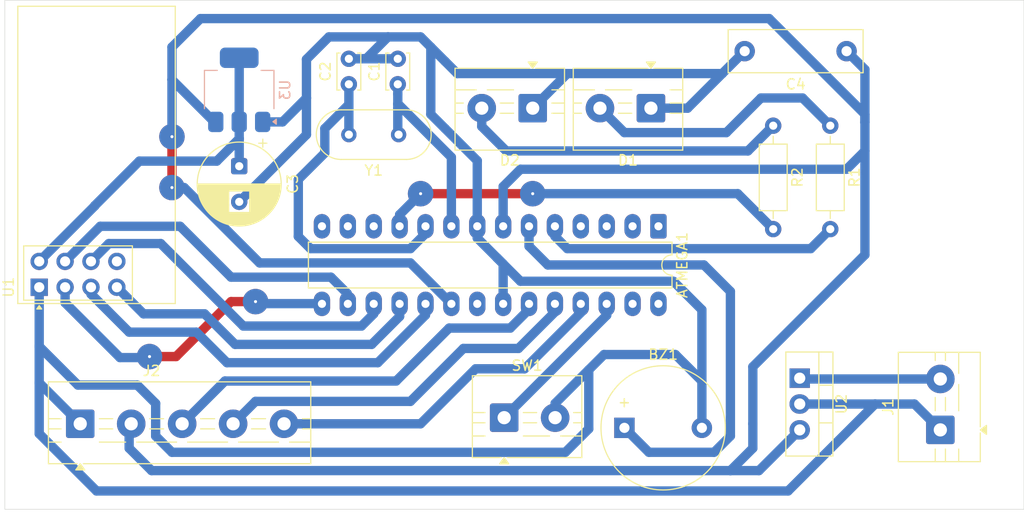
<source format=kicad_pcb>
(kicad_pcb (version 20241229) (generator "pcbnew") (generator_version "9.0")
  (layers (0 "F.Cu" signal) (2 "B.Cu" signal) (13 "F.Paste" user) (15 "B.Paste" user) (5 "F.SilkS" user "F.Silkscreen") (7 "B.SilkS" user "B.Silkscreen") (1 "F.Mask" user) (3 "B.Mask" user) (25 "Edge.Cuts" user))
  (net 0 "")
  (net 1 "SW")
  (net 2 "VRY")
  (net 3 "VRX")
  (net 4 "+5V")
  (net 5 "GND")
  (net 6 "Net-(D1-A)")
  (net 7 "Net-(D2-A)")
  (net 8 "Net-(J1-Pin_2)")
  (net 9 "LED2")
  (net 10 "LED1")
  (net 11 "CSN")
  (net 12 "3.3V")
  (net 14 "CE")
  (net 15 "SCK")
  (net 16 "MISO")
  (net 17 "MOSI")
  (net 18 "XTAL1")
  (net 28 "XTAL2")
  (net 29 "BTN")
  (net 31 "BUZZ")
  (footprint "TerminalBlock:TerminalBlock_MaiXu_MX126-5.0-02P_1x02_P5.00mm" (layer "F.Cu") (at 183.4 50.6 180)
    (property "Reference" "D1" (at 2.25 -5.12 0) (layer "F.SilkS"))
    (property "Value" "LED")
    (pad "1" thru_hole roundrect (at 0 0 180) (size 2.8 2.8) (drill 1.3) (layers "*.Cu" "*.Mask") (roundrect_rratio 0.089286) (net 5 "GND"))
    (pad "2" thru_hole circle (at 5 0 180) (size 2.8 2.8) (drill 1.3) (layers "*.Cu" "*.Mask") (net 6 "Net-(D1-A)"))
  )
  (footprint "Crystal:Crystal_HC49-4H_Vertical" (layer "F.Cu") (at 158.64 53.2 180)
    (property "Reference" "Y1" (at 2.44 -3.52 0) (layer "F.SilkS"))
    (property "Value" "Crystal")
    (pad "1" thru_hole circle (at 0 0 180) (size 1.5 1.5) (drill 0.8) (layers "*.Cu" "*.Mask") (net 18 "XTAL1"))
    (pad "2" thru_hole circle (at 4.88 0 180) (size 1.5 1.5) (drill 0.8) (layers "*.Cu" "*.Mask") (net 28 "XTAL2"))
  )
  (footprint "RF_Module:nRF24L01_Breakout" (layer "F.Cu") (at 123.375 68.1895 90)
    (property "Reference" "U1" (at 0 -3 90) (layer "F.SilkS"))
    (property "Value" "NRF24L01")
    (pad "1" thru_hole rect (at 0 0 90) (size 1.7 1.7) (drill 1) (layers "*.Cu" "*.Mask") (net 5 "GND"))
    (pad "2" thru_hole circle (at 2.54 0 90) (size 1.7 1.7) (drill 1) (layers "*.Cu" "*.Mask") (net 12 "3.3V"))
    (pad "3" thru_hole circle (at 0 2.54 90) (size 1.7 1.7) (drill 1) (layers "*.Cu" "*.Mask") (net 14 "CE"))
    (pad "4" thru_hole circle (at 2.54 2.54 90) (size 1.7 1.7) (drill 1) (layers "*.Cu" "*.Mask") (net 11 "CSN"))
    (pad "5" thru_hole circle (at 0 5.08 90) (size 1.7 1.7) (drill 1) (layers "*.Cu" "*.Mask") (net 15 "SCK"))
    (pad "6" thru_hole circle (at 2.54 5.08 90) (size 1.7 1.7) (drill 1) (layers "*.Cu" "*.Mask") (net 17 "MOSI"))
    (pad "7" thru_hole circle (at 0 7.62 90) (size 1.7 1.7) (drill 1) (layers "*.Cu" "*.Mask") (net 16 "MISO"))
    (pad "8" thru_hole circle (at 2.54 7.62 90) (size 1.7 1.7) (drill 1) (layers "*.Cu" "*.Mask"))
  )
  (footprint "Capacitor_THT:C_Disc_D3.4mm_W2.1mm_P2.50mm" (layer "F.Cu") (at 153.76 48.25 90)
    (property "Reference" "C2" (at 1.25 -2.3 90) (layer "F.SilkS"))
    (property "Value" "22pF")
    (pad "1" thru_hole circle (at 0 0 90) (size 1.6 1.6) (drill 0.8) (layers "*.Cu" "*.Mask") (net 28 "XTAL2"))
    (pad "2" thru_hole circle (at 2.5 0 90) (size 1.6 1.6) (drill 0.8) (layers "*.Cu" "*.Mask") (net 5 "GND"))
  )
  (footprint "TerminalBlock:TerminalBlock_MaiXu_MX126-5.0-05P_1x05_P5.00mm" (layer "F.Cu") (at 127.4 81.6)
    (property "Reference" "J2" (at 7 -5.2 0) (layer "F.SilkS"))
    (property "Value" "Joystick")
    (pad "1" thru_hole roundrect (at 0 0) (size 2.8 2.8) (drill 1.3) (layers "*.Cu" "*.Mask") (roundrect_rratio 0.089286) (net 5 "GND"))
    (pad "2" thru_hole circle (at 5 0) (size 2.8 2.8) (drill 1.3) (layers "*.Cu" "*.Mask") (net 4 "+5V"))
    (pad "3" thru_hole circle (at 10 0) (size 2.8 2.8) (drill 1.3) (layers "*.Cu" "*.Mask") (net 3 "VRX"))
    (pad "4" thru_hole circle (at 15 0) (size 2.8 2.8) (drill 1.3) (layers "*.Cu" "*.Mask") (net 2 "VRY"))
    (pad "5" thru_hole circle (at 20 0) (size 2.8 2.8) (drill 1.3) (layers "*.Cu" "*.Mask") (net 1 "SW"))
  )
  (footprint "Package_DIP:DIP-28_W7.62mm_LongPads" (layer "F.Cu") (at 184.14 62.2 -90)
    (property "Reference" "ATMEGA1" (at 3.81 -2.33 90) (layer "F.SilkS"))
    (property "Value" "ATmega328P-P")
    (pad "1" thru_hole roundrect (at 0 0 270) (size 2.4 1.6) (drill 0.8) (layers "*.Cu" "*.Mask") (roundrect_rratio 0.15625))
    (pad "2" thru_hole oval (at 0 2.54 270) (size 2.4 1.6) (drill 0.8) (layers "*.Cu" "*.Mask"))
    (pad "3" thru_hole oval (at 0 5.08 270) (size 2.4 1.6) (drill 0.8) (layers "*.Cu" "*.Mask"))
    (pad "4" thru_hole oval (at 0 7.62 270) (size 2.4 1.6) (drill 0.8) (layers "*.Cu" "*.Mask"))
    (pad "5" thru_hole oval (at 0 10.16 270) (size 2.4 1.6) (drill 0.8) (layers "*.Cu" "*.Mask") (net 9 "LED2"))
    (pad "6" thru_hole oval (at 0 12.7 270) (size 2.4 1.6) (drill 0.8) (layers "*.Cu" "*.Mask") (net 31 "BUZZ"))
    (pad "7" thru_hole oval (at 0 15.24 270) (size 2.4 1.6) (drill 0.8) (layers "*.Cu" "*.Mask") (net 4 "+5V"))
    (pad "8" thru_hole oval (at 0 17.78 270) (size 2.4 1.6) (drill 0.8) (layers "*.Cu" "*.Mask") (net 5 "GND"))
    (pad "9" thru_hole oval (at 0 20.32 270) (size 2.4 1.6) (drill 0.8) (layers "*.Cu" "*.Mask") (net 18 "XTAL1"))
    (pad "10" thru_hole oval (at 0 22.86 270) (size 2.4 1.6) (drill 0.8) (layers "*.Cu" "*.Mask") (net 28 "XTAL2"))
    (pad "11" thru_hole oval (at 0 25.4 270) (size 2.4 1.6) (drill 0.8) (layers "*.Cu" "*.Mask") (net 10 "LED1"))
    (pad "12" thru_hole oval (at 0 27.94 270) (size 2.4 1.6) (drill 0.8) (layers "*.Cu" "*.Mask"))
    (pad "13" thru_hole oval (at 0 30.48 270) (size 2.4 1.6) (drill 0.8) (layers "*.Cu" "*.Mask"))
    (pad "14" thru_hole oval (at 0 33.02 270) (size 2.4 1.6) (drill 0.8) (layers "*.Cu" "*.Mask"))
    (pad "15" thru_hole oval (at 7.62 33.02 270) (size 2.4 1.6) (drill 0.8) (layers "*.Cu" "*.Mask") (net 14 "CE"))
    (pad "16" thru_hole oval (at 7.62 30.48 270) (size 2.4 1.6) (drill 0.8) (layers "*.Cu" "*.Mask") (net 11 "CSN"))
    (pad "17" thru_hole oval (at 7.62 27.94 270) (size 2.4 1.6) (drill 0.8) (layers "*.Cu" "*.Mask") (net 17 "MOSI"))
    (pad "18" thru_hole oval (at 7.62 25.4 270) (size 2.4 1.6) (drill 0.8) (layers "*.Cu" "*.Mask") (net 16 "MISO"))
    (pad "19" thru_hole oval (at 7.62 22.86 270) (size 2.4 1.6) (drill 0.8) (layers "*.Cu" "*.Mask") (net 15 "SCK"))
    (pad "20" thru_hole oval (at 7.62 20.32 270) (size 2.4 1.6) (drill 0.8) (layers "*.Cu" "*.Mask") (net 4 "+5V"))
    (pad "21" thru_hole oval (at 7.62 17.78 270) (size 2.4 1.6) (drill 0.8) (layers "*.Cu" "*.Mask"))
    (pad "22" thru_hole oval (at 7.62 15.24 270) (size 2.4 1.6) (drill 0.8) (layers "*.Cu" "*.Mask") (net 5 "GND"))
    (pad "23" thru_hole oval (at 7.62 12.7 270) (size 2.4 1.6) (drill 0.8) (layers "*.Cu" "*.Mask") (net 3 "VRX"))
    (pad "24" thru_hole oval (at 7.62 10.16 270) (size 2.4 1.6) (drill 0.8) (layers "*.Cu" "*.Mask") (net 2 "VRY"))
    (pad "25" thru_hole oval (at 7.62 7.62 270) (size 2.4 1.6) (drill 0.8) (layers "*.Cu" "*.Mask") (net 1 "SW"))
    (pad "26" thru_hole oval (at 7.62 5.08 270) (size 2.4 1.6) (drill 0.8) (layers "*.Cu" "*.Mask") (net 29 "BTN"))
    (pad "27" thru_hole oval (at 7.62 2.54 270) (size 2.4 1.6) (drill 0.8) (layers "*.Cu" "*.Mask"))
    (pad "28" thru_hole oval (at 7.62 0 270) (size 2.4 1.6) (drill 0.8) (layers "*.Cu" "*.Mask"))
  )
  (footprint "Buzzer_Beeper:Buzzer_12x9.5RM7.6" (layer "F.Cu") (at 180.8 82)
    (property "Reference" "BZ1" (at 3.8 -7.2 0) (layer "F.SilkS"))
    (property "Value" "Buzzer")
    (fp_text user "+" (at -0.01 -2.54 0) (layer "F.SilkS"))
    (pad "1" thru_hole rect (at 0 0) (size 2 2) (drill 1) (layers "*.Cu" "*.Mask") (net 31 "BUZZ"))
    (pad "2" thru_hole circle (at 7.6 0) (size 2 2) (drill 1) (layers "*.Cu" "*.Mask") (net 5 "GND"))
  )
  (footprint "TerminalBlock:TerminalBlock_MaiXu_MX126-5.0-02P_1x02_P5.00mm" (layer "F.Cu") (at 171.8 50.6 180)
    (property "Reference" "D2" (at 2.25 -5.12 0) (layer "F.SilkS"))
    (property "Value" "LED")
    (pad "1" thru_hole roundrect (at 0 0 180) (size 2.8 2.8) (drill 1.3) (layers "*.Cu" "*.Mask") (roundrect_rratio 0.089286) (net 5 "GND"))
    (pad "2" thru_hole circle (at 5 0 180) (size 2.8 2.8) (drill 1.3) (layers "*.Cu" "*.Mask") (net 7 "Net-(D2-A)"))
  )
  (footprint "Package_TO_SOT_THT:TO-220-3_Vertical" (layer "F.Cu") (at 198 77.12 -90)
    (property "Reference" "U2" (at 2.54 -4.1 90) (layer "F.SilkS"))
    (property "Value" "LM7805")
    (pad "1" thru_hole rect (at 0 0 270) (size 1.905 2) (drill 1.1) (layers "*.Cu" "*.Mask") (net 8 "Net-(J1-Pin_2)"))
    (pad "2" thru_hole oval (at 2.54 0 270) (size 1.905 2) (drill 1.1) (layers "*.Cu" "*.Mask") (net 5 "GND"))
    (pad "3" thru_hole oval (at 5.08 0 270) (size 1.905 2) (drill 1.1) (layers "*.Cu" "*.Mask") (net 4 "+5V"))
  )
  (footprint "Resistor_THT:R_Axial_DIN0207_L6.3mm_D2.5mm_P10.16mm_Horizontal" (layer "F.Cu") (at 195.4 52.32 -90)
    (property "Reference" "R2" (at 5.08 -2.37 90) (layer "F.SilkS"))
    (property "Value" "330R")
    (pad "1" thru_hole circle (at 0 0 270) (size 1.6 1.6) (drill 0.8) (layers "*.Cu" "*.Mask") (net 7 "Net-(D2-A)"))
    (pad "2" thru_hole circle (at 10.16 0 270) (size 1.6 1.6) (drill 0.8) (layers "*.Cu" "*.Mask") (net 10 "LED1"))
  )
  (footprint "Capacitor_THT:CP_Radial_D8.0mm_P3.50mm" (layer "F.Cu") (at 143 56.3 -90)
    (property "Reference" "C3" (at 1.75 -5.25 90) (layer "F.SilkS"))
    (property "Value" "47uF")
    (pad "1" thru_hole roundrect (at 0 0 270) (size 1.6 1.6) (drill 0.8) (layers "*.Cu" "*.Mask") (roundrect_rratio 0.15625) (net 12 "3.3V"))
    (pad "2" thru_hole circle (at 3.5 0 270) (size 1.6 1.6) (drill 0.8) (layers "*.Cu" "*.Mask") (net 5 "GND"))
  )
  (footprint "Capacitor_THT:C_Disc_D3.4mm_W2.1mm_P2.50mm" (layer "F.Cu") (at 158.56 48.25 90)
    (property "Reference" "C1" (at 1.25 -2.3 90) (layer "F.SilkS"))
    (property "Value" "22pF")
    (pad "1" thru_hole circle (at 0 0 90) (size 1.6 1.6) (drill 0.8) (layers "*.Cu" "*.Mask") (net 18 "XTAL1"))
    (pad "2" thru_hole circle (at 2.5 0 90) (size 1.6 1.6) (drill 0.8) (layers "*.Cu" "*.Mask") (net 5 "GND"))
  )
  (footprint "Capacitor_THT:C_Rect_L13.0mm_W4.0mm_P10.00mm_FKS3_FKP3_MKS4" (layer "F.Cu") (at 202.6 45 180)
    (property "Reference" "C4" (at 5 -3.25 0) (layer "F.SilkS"))
    (property "Value" "100nF")
    (pad "1" thru_hole circle (at 0 0 180) (size 2 2) (drill 1) (layers "*.Cu" "*.Mask") (net 4 "+5V"))
    (pad "2" thru_hole circle (at 10 0 180) (size 2 2) (drill 1) (layers "*.Cu" "*.Mask") (net 5 "GND"))
  )
  (footprint "TerminalBlock:TerminalBlock_MaiXu_MX126-5.0-02P_1x02_P5.00mm" (layer "F.Cu") (at 169 81)
    (property "Reference" "SW1" (at 2.25 -5.12 0) (layer "F.SilkS"))
    (property "Value" "SW_SPST")
    (pad "1" thru_hole roundrect (at 0 0) (size 2.8 2.8) (drill 1.3) (layers "*.Cu" "*.Mask") (roundrect_rratio 0.089286) (net 29 "BTN"))
    (pad "2" thru_hole circle (at 5 0) (size 2.8 2.8) (drill 1.3) (layers "*.Cu" "*.Mask") (net 5 "GND"))
  )
  (footprint "Resistor_THT:R_Axial_DIN0207_L6.3mm_D2.5mm_P10.16mm_Horizontal" (layer "F.Cu") (at 201 52.32 -90)
    (property "Reference" "R1" (at 5.08 -2.37 90) (layer "F.SilkS"))
    (property "Value" "330R")
    (pad "1" thru_hole circle (at 0 0 270) (size 1.6 1.6) (drill 0.8) (layers "*.Cu" "*.Mask") (net 6 "Net-(D1-A)"))
    (pad "2" thru_hole circle (at 10.16 0 270) (size 1.6 1.6) (drill 0.8) (layers "*.Cu" "*.Mask") (net 9 "LED2"))
  )
  (footprint "TerminalBlock:TerminalBlock_MaiXu_MX126-5.0-02P_1x02_P5.00mm" (layer "F.Cu") (at 211.8 82.2 90)
    (property "Reference" "J1" (at 2.25 -5.12 90) (layer "F.SilkS"))
    (property "Value" "Alimentação")
    (pad "1" thru_hole roundrect (at 0 0 90) (size 2.8 2.8) (drill 1.3) (layers "*.Cu" "*.Mask") (roundrect_rratio 0.089286) (net 5 "GND"))
    (pad "2" thru_hole circle (at 5 0 90) (size 2.8 2.8) (drill 1.3) (layers "*.Cu" "*.Mask") (net 8 "Net-(J1-Pin_2)"))
  )
  (footprint "Package_TO_SOT_SMD:SOT-223-3_TabPin2" (layer "B.Cu") (at 143 48.8 90)
    (property "Reference" "U3" (at 0 4.5 90) (layer "B.SilkS") (effects (justify mirror)))
    (property "Value" "AMS1117-3.3")
    (pad "1" smd roundrect (at -3.15 2.3 90) (size 2 1.5) (layers "B.Cu" "B.Mask" "B.Paste") (net 5 "GND"))
    (pad "2" smd roundrect (at -3.15 0 90) (size 2 1.5) (layers "B.Cu" "B.Mask" "B.Paste") (net 12 "3.3V"))
    (pad "2" smd roundrect (at 3.15 0 90) (size 2 3.8) (layers "B.Cu" "B.Mask" "B.Paste") (net 12 "3.3V"))
    (pad "3" smd roundrect (at -3.15 -2.3 90) (size 2 1.5) (layers "B.Cu" "B.Mask" "B.Paste") (net 4 "+5V"))
  )
  (gr_rect (start 120 40) (end 220 90) (stroke (width 0.05)) (fill no) (layer "Edge.Cuts"))
  (segment (start 147.4 81.6) (end 160.8 81.6) (width 0.9144) (layer "B.Cu") (net 1))
  (segment (start 176.52 70.68) (end 176.52 69.82) (width 0.9144) (layer "B.Cu") (net 1))
  (segment (start 171 76.2) (end 176.52 70.68) (width 0.9144) (layer "B.Cu") (net 1))
  (segment (start 160.8 81.6) (end 166.2 76.2) (width 0.9144) (layer "B.Cu") (net 1))
  (segment (start 166.2 76.2) (end 171 76.2) (width 0.9144) (layer "B.Cu") (net 1))
  (segment (start 165 74.2) (end 170.4 74.2) (width 0.9144) (layer "B.Cu") (net 2))
  (segment (start 144.6 79.4) (end 159.8 79.4) (width 0.9144) (layer "B.Cu") (net 2))
  (segment (start 159.8 79.4) (end 165 74.2) (width 0.9144) (layer "B.Cu") (net 2))
  (segment (start 170.4 74.2) (end 173.98 70.62) (width 0.9144) (layer "B.Cu") (net 2))
  (segment (start 173.98 70.62) (end 173.98 69.82) (width 0.9144) (layer "B.Cu") (net 2))
  (segment (start 142.4 81.6) (end 144.6 79.4) (width 0.9144) (layer "B.Cu") (net 2))
  (segment (start 171.44 70.36) (end 169.6 72.2) (width 0.9144) (layer "B.Cu") (net 3))
  (segment (start 169.6 72.2) (end 163.6 72.2) (width 0.9144) (layer "B.Cu") (net 3))
  (segment (start 158.4 77.4) (end 141.6 77.4) (width 0.9144) (layer "B.Cu") (net 3))
  (segment (start 163.6 72.2) (end 158.4 77.4) (width 0.9144) (layer "B.Cu") (net 3))
  (segment (start 141.6 77.4) (end 137.4 81.6) (width 0.9144) (layer "B.Cu") (net 3))
  (segment (start 171.44 69.82) (end 171.44 70.36) (width 0.9144) (layer "B.Cu") (net 3))
  (segment (start 136.4 58.4) (end 136.4 53.4) (width 0.9144) (layer "F.Cu") (net 4))
  (via (at 136.4 58.4) (size 2.5) (drill 0.3) (layers "F.Cu" "B.Cu") (net 4))
  (via (at 136.4 53.4) (size 2.5) (drill 0.3) (layers "F.Cu" "B.Cu") (net 4))
  (segment (start 204.4 51.2) (end 204.4 52) (width 0.9144) (layer "B.Cu") (net 4))
  (segment (start 170.6 56.6) (end 202.6 56.6) (width 0.9144) (layer "B.Cu") (net 4))
  (segment (start 193.4 76) (end 193.4 81.6) (width 0.9144) (layer "B.Cu") (net 4))
  (segment (start 204.4 54.8) (end 204.4 65) (width 0.9144) (layer "B.Cu") (net 4))
  (segment (start 136.4 44.6) (end 139.2 41.8) (width 0.9144) (layer "B.Cu") (net 4))
  (segment (start 137.6 58.4) (end 136.4 58.4) (width 0.9144) (layer "B.Cu") (net 4))
  (segment (start 136.4 47.8) (end 136.4 44.6) (width 0.9144) (layer "B.Cu") (net 4))
  (segment (start 139.2 41.8) (end 195 41.8) (width 0.9144) (layer "B.Cu") (net 4))
  (segment (start 204.4 52) (end 204.4 54.8) (width 0.9144) (layer "B.Cu") (net 4))
  (segment (start 132.2 81.8) (end 132.4 81.6) (width 0.9144) (layer "B.Cu") (net 4))
  (segment (start 194 86.2) (end 191.2 86.2) (width 0.9144) (layer "B.Cu") (net 4))
  (segment (start 140.7 51.95) (end 140.55 51.95) (width 0.9144) (layer "B.Cu") (net 4))
  (segment (start 168.9 62.9) (end 168.9 62.2) (width 0.9144) (layer "B.Cu") (net 4))
  (segment (start 134.4 86.2) (end 132.2 84) (width 0.9144) (layer "B.Cu") (net 4))
  (segment (start 193.4 81.6) (end 193.4 84) (width 0.9144) (layer "B.Cu") (net 4))
  (segment (start 132.2 84) (end 132.2 81.8) (width 0.9144) (layer "B.Cu") (net 4))
  (segment (start 204.4 46.8) (end 202.6 45) (width 0.9144) (layer "B.Cu") (net 4))
  (segment (start 202.6 56.6) (end 204.4 54.8) (width 0.9144) (layer "B.Cu") (net 4))
  (segment (start 168.9 62.2) (end 168.9 58.3) (width 0.9144) (layer "B.Cu") (net 4))
  (segment (start 198 82.2) (end 194 86.2) (width 0.9144) (layer "B.Cu") (net 4))
  (segment (start 195 41.8) (end 204.4 51.2) (width 0.9144) (layer "B.Cu") (net 4))
  (segment (start 163.82 69.82) (end 159.8 65.8) (width 0.9144) (layer "B.Cu") (net 4))
  (segment (start 191.2 86.2) (end 134.4 86.2) (width 0.9144) (layer "B.Cu") (net 4))
  (segment (start 136.4 53.4) (end 136.4 47.8) (width 0.9144) (layer "B.Cu") (net 4))
  (segment (start 204.4 65) (end 193.4 76) (width 0.9144) (layer "B.Cu") (net 4))
  (segment (start 140.55 51.95) (end 136.4 47.8) (width 0.9144) (layer "B.Cu") (net 4))
  (segment (start 145 65.8) (end 137.6 58.4) (width 0.9144) (layer "B.Cu") (net 4))
  (segment (start 193.4 84) (end 191.2 86.2) (width 0.9144) (layer "B.Cu") (net 4))
  (segment (start 168.9 58.3) (end 170.6 56.6) (width 0.9144) (layer "B.Cu") (net 4))
  (segment (start 159.8 65.8) (end 145 65.8) (width 0.9144) (layer "B.Cu") (net 4))
  (segment (start 204.4 52) (end 204.4 46.8) (width 0.9144) (layer "B.Cu") (net 4))
  (segment (start 175 84.4) (end 136.4 84.4) (width 0.9144) (layer "B.Cu") (net 5))
  (segment (start 168.9 65.9) (end 168.9 69.82) (width 0.9144) (layer "B.Cu") (net 5))
  (segment (start 155.2 45.75) (end 158.56 45.75) (width 0.9144) (layer "B.Cu") (net 5))
  (segment (start 155.45 45.75) (end 157.6 43.6) (width 0.9144) (layer "B.Cu") (net 5))
  (segment (start 123.375 77.575) (end 123.375 82.575) (width 0.9144) (layer "B.Cu") (net 5))
  (segment (start 147.25 51.95) (end 149.6 49.6) (width 0.9144) (layer "B.Cu") (net 5))
  (segment (start 175.2 47.2) (end 190.4 47.2) (width 0.9144) (layer "B.Cu") (net 5))
  (segment (start 123.375 74) (end 123.375 77.575) (width 0.9144) (layer "B.Cu") (net 5))
  (segment (start 163.2 52.6) (end 161.8 51.2) (width 0.9144) (layer "B.Cu") (net 5))
  (segment (start 166.36 55.76) (end 163.2 52.6) (width 0.9144) (layer "B.Cu") (net 5))
  (segment (start 174 79.6) (end 177.3 76.3) (width 0.9144) (layer "B.Cu") (net 5))
  (segment (start 205.4 79.66) (end 209.26 79.66) (width 0.9144) (layer "B.Cu") (net 5))
  (segment (start 177.3 76.3) (end 177.3 82.1) (width 0.9144) (layer "B.Cu") (net 5))
  (segment (start 178.8 74.8) (end 185.8 74.8) (width 0.9144) (layer "B.Cu") (net 5))
  (segment (start 136.4 84.4) (end 134.8 82.8) (width 0.9144) (layer "B.Cu") (net 5))
  (segment (start 188.4 77.4) (end 188.4 70.4) (width 0.9144) (layer "B.Cu") (net 5))
  (segment (start 134.8 82.8) (end 134.8 79.6) (width 0.9144) (layer "B.Cu") (net 5))
  (segment (start 168.3 65.3) (end 168.9 65.9) (width 0.9144) (layer "B.Cu") (net 5))
  (segment (start 149.6 53.2) (end 143 59.8) (width 0.9144) (layer "B.Cu") (net 5))
  (segment (start 134.8 79.6) (end 133 77.8) (width 0.9144) (layer "B.Cu") (net 5))
  (segment (start 145.3 51.95) (end 147.25 51.95) (width 0.9144) (layer "B.Cu") (net 5))
  (segment (start 190.4 47.2) (end 187 50.6) (width 0.9144) (layer "B.Cu") (net 5))
  (segment (start 177.3 82.1) (end 175 84.4) (width 0.9144) (layer "B.Cu") (net 5))
  (segment (start 187 50.6) (end 183.4 50.6) (width 0.9144) (layer "B.Cu") (net 5))
  (segment (start 149.6 45.8) (end 149.6 49.6) (width 0.9144) (layer "B.Cu") (net 5))
  (segment (start 166.36 62.2) (end 166.36 55.76) (width 0.9144) (layer "B.Cu") (net 5))
  (segment (start 185.6 67.6) (end 170.6 67.6) (width 0.9144) (layer "B.Cu") (net 5))
  (segment (start 155.2 45.75) (end 155.45 45.75) (width 0.9144) (layer "B.Cu") (net 5))
  (segment (start 127.4 81.6) (end 123.375 77.575) (width 0.9144) (layer "B.Cu") (net 5))
  (segment (start 157.6 43.6) (end 151.8 43.6) (width 0.9144) (layer "B.Cu") (net 5))
  (segment (start 149.6 49.6) (end 149.6 53.2) (width 0.9144) (layer "B.Cu") (net 5))
  (segment (start 188.4 82) (end 188.4 77.4) (width 0.9144) (layer "B.Cu") (net 5))
  (segment (start 164.4 47.2) (end 163.2 46) (width 0.9144) (layer "B.Cu") (net 5))
  (segment (start 166.36 63.36) (end 168.3 65.3) (width 0.9144) (layer "B.Cu") (net 5))
  (segment (start 123.375 68.1895) (end 123.375 74) (width 0.9144) (layer "B.Cu") (net 5))
  (segment (start 170.6 67.6) (end 168.3 65.3) (width 0.9144) (layer "B.Cu") (net 5))
  (segment (start 166.36 62.2) (end 166.36 63.36) (width 0.9144) (layer "B.Cu") (net 5))
  (segment (start 209.26 79.66) (end 211.8 82.2) (width 0.9144) (layer "B.Cu") (net 5))
  (segment (start 174 81) (end 174 79.6) (width 0.9144) (layer "B.Cu") (net 5))
  (segment (start 153.76 45.75) (end 155.2 45.75) (width 0.9144) (layer "B.Cu") (net 5))
  (segment (start 123.375 82.575) (end 129 88.2) (width 0.9144) (layer "B.Cu") (net 5))
  (segment (start 151.8 43.6) (end 149.6 45.8) (width 0.9144) (layer "B.Cu") (net 5))
  (segment (start 160.8 43.6) (end 157.6 43.6) (width 0.9144) (layer "B.Cu") (net 5))
  (segment (start 198 79.66) (end 205.4 79.66) (width 0.9144) (layer "B.Cu") (net 5))
  (segment (start 163.2 46) (end 161.8 44.6) (width 0.9144) (layer "B.Cu") (net 5))
  (segment (start 127.175 77.8) (end 123.375 74) (width 0.9144) (layer "B.Cu") (net 5))
  (segment (start 133 77.8) (end 127.175 77.8) (width 0.9144) (layer "B.Cu") (net 5))
  (segment (start 192.6 45) (end 190.4 47.2) (width 0.9144) (layer "B.Cu") (net 5))
  (segment (start 196.86 88.2) (end 205.4 79.66) (width 0.9144) (layer "B.Cu") (net 5))
  (segment (start 185.8 74.8) (end 188.4 77.4) (width 0.9144) (layer "B.Cu") (net 5))
  (segment (start 188.4 70.4) (end 185.6 67.6) (width 0.9144) (layer "B.Cu") (net 5))
  (segment (start 161.8 51.2) (end 161.8 44.6) (width 0.9144) (layer "B.Cu") (net 5))
  (segment (start 177.3 76.3) (end 178.8 74.8) (width 0.9144) (layer "B.Cu") (net 5))
  (segment (start 171.8 50.6) (end 175.2 47.2) (width 0.9144) (layer "B.Cu") (net 5))
  (segment (start 175.2 47.2) (end 164.4 47.2) (width 0.9144) (layer "B.Cu") (net 5))
  (segment (start 161.8 44.6) (end 160.8 43.6) (width 0.9144) (layer "B.Cu") (net 5))
  (segment (start 129 88.2) (end 196.86 88.2) (width 0.9144) (layer "B.Cu") (net 5))
  (segment (start 190.8 53) (end 180.8 53) (width 0.9144) (layer "B.Cu") (net 6))
  (segment (start 201 52.32) (end 198.28 49.6) (width 0.9144) (layer "B.Cu") (net 6))
  (segment (start 180.8 53) (end 178.4 50.6) (width 0.9144) (layer "B.Cu") (net 6))
  (segment (start 198.28 49.6) (end 194.2 49.6) (width 0.9144) (layer "B.Cu") (net 6))
  (segment (start 194.2 49.6) (end 190.8 53) (width 0.9144) (layer "B.Cu") (net 6))
  (segment (start 169.2 54.8) (end 166.8 52.4) (width 0.9144) (layer "B.Cu") (net 7))
  (segment (start 166.8 52.4) (end 166.8 50.6) (width 0.9144) (layer "B.Cu") (net 7))
  (segment (start 195.4 52.32) (end 192.92 54.8) (width 0.9144) (layer "B.Cu") (net 7))
  (segment (start 192.92 54.8) (end 169.2 54.8) (width 0.9144) (layer "B.Cu") (net 7))
  (segment (start 211.8 77.2) (end 198.08 77.2) (width 0.9144) (layer "B.Cu") (net 8))
  (segment (start 198.08 77.2) (end 198 77.12) (width 0.9144) (layer "B.Cu") (net 8))
  (segment (start 175.2 64.4) (end 199.08 64.4) (width 0.9144) (layer "B.Cu") (net 9))
  (segment (start 173.98 62.2) (end 173.98 63.18) (width 0.9144) (layer "B.Cu") (net 9))
  (segment (start 173.98 63.18) (end 175.2 64.4) (width 0.9144) (layer "B.Cu") (net 9))
  (segment (start 199.08 64.4) (end 201 62.48) (width 0.9144) (layer "B.Cu") (net 9))
  (segment (start 160.8 59) (end 171.8 59) (width 0.9144) (layer "F.Cu") (net 10))
  (via (at 171.8 59) (size 2.5) (drill 0.3) (layers "F.Cu" "B.Cu") (net 10))
  (via (at 160.8 59) (size 2.5) (drill 0.3) (layers "F.Cu" "B.Cu") (net 10))
  (segment (start 158.74 61.06) (end 160.8 59) (width 0.9144) (layer "B.Cu") (net 10))
  (segment (start 191.92 59) (end 195.4 62.48) (width 0.9144) (layer "B.Cu") (net 10))
  (segment (start 171.8 59) (end 191.92 59) (width 0.9144) (layer "B.Cu") (net 10))
  (segment (start 158.74 62.2) (end 158.74 61.06) (width 0.9144) (layer "B.Cu") (net 10))
  (segment (start 129.3645 62.2) (end 137.2 62.2) (width 0.9144) (layer "B.Cu") (net 11))
  (segment (start 153.6 69.76) (end 153.66 69.82) (width 0.9144) (layer "B.Cu") (net 11))
  (segment (start 152 67.2) (end 153.6 68.8) (width 0.9144) (layer "B.Cu") (net 11))
  (segment (start 142.2 67.2) (end 152 67.2) (width 0.9144) (layer "B.Cu") (net 11))
  (segment (start 125.915 65.6495) (end 129.3645 62.2) (width 0.9144) (layer "B.Cu") (net 11))
  (segment (start 137.2 62.2) (end 142.2 67.2) (width 0.9144) (layer "B.Cu") (net 11))
  (segment (start 153.6 68.8) (end 153.6 69.76) (width 0.9144) (layer "B.Cu") (net 11))
  (segment (start 143 51.95) (end 143 53.6) (width 0.9144) (layer "B.Cu") (net 12))
  (segment (start 123.375 65.6495) (end 128.8245 60.2) (width 0.9144) (layer "B.Cu") (net 12))
  (segment (start 143 45.65) (end 143 51.95) (width 0.9144) (layer "B.Cu") (net 12))
  (segment (start 143 53.6) (end 143 56.3) (width 0.9144) (layer "B.Cu") (net 12))
  (segment (start 128.8245 60.2) (end 128.8245 60.1755) (width 0.9144) (layer "B.Cu") (net 12))
  (segment (start 133.2 55.8) (end 140.8 55.8) (width 0.9144) (layer "B.Cu") (net 12))
  (segment (start 140.8 55.8) (end 143 53.6) (width 0.9144) (layer "B.Cu") (net 12))
  (segment (start 128.8245 60.1755) (end 133.2 55.8) (width 0.9144) (layer "B.Cu") (net 12))
  (segment (start 142.2 69.6) (end 136.8 75) (width 0.9144) (layer "F.Cu") (net 14))
  (segment (start 144.6 69.6) (end 142.2 69.6) (width 0.9144) (layer "F.Cu") (net 14))
  (segment (start 136.8 75) (end 134.2 75) (width 0.9144) (layer "F.Cu") (net 14))
  (via (at 144.6 69.6) (size 2.5) (drill 0.3) (layers "F.Cu" "B.Cu") (net 14))
  (via (at 134.2 75) (size 2.5) (drill 0.3) (layers "F.Cu" "B.Cu") (net 14))
  (segment (start 144.8 69.8) (end 144.6 69.6) (width 0.9144) (layer "B.Cu") (net 14))
  (segment (start 125.915 69.715) (end 125.915 68.1895) (width 0.9144) (layer "B.Cu") (net 14))
  (segment (start 134.1 75.1) (end 131.3 75.1) (width 0.9144) (layer "B.Cu") (net 14))
  (segment (start 134.2 75) (end 134.1 75.1) (width 0.9144) (layer "B.Cu") (net 14))
  (segment (start 151.12 69.82) (end 151.1 69.8) (width 0.9144) (layer "B.Cu") (net 14))
  (segment (start 151.1 69.8) (end 144.8 69.8) (width 0.9144) (layer "B.Cu") (net 14))
  (segment (start 131.3 75.1) (end 125.915 69.715) (width 0.9144) (layer "B.Cu") (net 14))
  (segment (start 141.8 75.6) (end 138.8 72.6) (width 0.9144) (layer "B.Cu") (net 15))
  (segment (start 161.28 70.92) (end 156.6 75.6) (width 0.9144) (layer "B.Cu") (net 15))
  (segment (start 156.6 75.6) (end 141.8 75.6) (width 0.9144) (layer "B.Cu") (net 15))
  (segment (start 161.28 69.82) (end 161.28 70.92) (width 0.9144) (layer "B.Cu") (net 15))
  (segment (start 128.455 68.855) (end 128.455 68.1895) (width 0.9144) (layer "B.Cu") (net 15))
  (segment (start 132.2 72.6) (end 128.455 68.855) (width 0.9144) (layer "B.Cu") (net 15))
  (segment (start 138.8 72.6) (end 132.2 72.6) (width 0.9144) (layer "B.Cu") (net 15))
  (segment (start 139.6 70.8) (end 142.6 73.8) (width 0.9144) (layer "B.Cu") (net 16))
  (segment (start 130.995 68.1895) (end 133.6055 70.8) (width 0.9144) (layer "B.Cu") (net 16))
  (segment (start 142.6 73.8) (end 156 73.8) (width 0.9144) (layer "B.Cu") (net 16))
  (segment (start 156 73.8) (end 158.74 71.06) (width 0.9144) (layer "B.Cu") (net 16))
  (segment (start 133.6055 70.8) (end 139.6 70.8) (width 0.9144) (layer "B.Cu") (net 16))
  (segment (start 158.74 71.06) (end 158.74 69.82) (width 0.9144) (layer "B.Cu") (net 16))
  (segment (start 128.455 65.6495) (end 130.2045 63.9) (width 0.9144) (layer "B.Cu") (net 17))
  (segment (start 156.2 70.8) (end 156.2 69.82) (width 0.9144) (layer "B.Cu") (net 17))
  (segment (start 155 72) (end 156.2 70.8) (width 0.9144) (layer "B.Cu") (net 17))
  (segment (start 135.3 63.9) (end 143.4 72) (width 0.9144) (layer "B.Cu") (net 17))
  (segment (start 130.2045 63.9) (end 135.3 63.9) (width 0.9144) (layer "B.Cu") (net 17))
  (segment (start 143.4 72) (end 155 72) (width 0.9144) (layer "B.Cu") (net 17))
  (segment (start 158.56 53.12) (end 158.64 53.2) (width 0.9144) (layer "B.Cu") (net 18))
  (segment (start 158.56 49.2) (end 158.56 50.2) (width 0.9144) (layer "B.Cu") (net 18))
  (segment (start 158.56 50.2) (end 158.56 50.6) (width 0.9144) (layer "B.Cu") (net 18))
  (segment (start 163.82 55.42) (end 158.6 50.2) (width 0.9144) (layer "B.Cu") (net 18))
  (segment (start 158.56 50.6) (end 158.56 53.12) (width 0.9144) (layer "B.Cu") (net 18))
  (segment (start 158.6 50.2) (end 158.56 50.2) (width 0.9144) (layer "B.Cu") (net 18))
  (segment (start 163.82 55.42) (end 163.82 62.2) (width 0.9144) (layer "B.Cu") (net 18))
  (segment (start 158.56 48.25) (end 158.56 49.2) (width 0.9144) (layer "B.Cu") (net 18))
  (segment (start 148.8 63.2) (end 148.8 57.6) (width 0.9144) (layer "B.Cu") (net 28))
  (segment (start 161.28 62.2) (end 161.28 62.92) (width 0.9144) (layer "B.Cu") (net 28))
  (segment (start 153.76 50.24) (end 153.76 50.4) (width 0.9144) (layer "B.Cu") (net 28))
  (segment (start 148.8 57.6) (end 151.4 55) (width 0.9144) (layer "B.Cu") (net 28))
  (segment (start 150 64.4) (end 148.8 63.2) (width 0.9144) (layer "B.Cu") (net 28))
  (segment (start 151.4 52.6) (end 153.76 50.24) (width 0.9144) (layer "B.Cu") (net 28))
  (segment (start 161.28 62.92) (end 159.8 64.4) (width 0.9144) (layer "B.Cu") (net 28))
  (segment (start 151.4 55) (end 151.4 52.6) (width 0.9144) (layer "B.Cu") (net 28))
  (segment (start 159.8 64.4) (end 150 64.4) (width 0.9144) (layer "B.Cu") (net 28))
  (segment (start 153.76 48.25) (end 153.76 50.24) (width 0.9144) (layer "B.Cu") (net 28))
  (segment (start 153.76 50.4) (end 153.76 53.2) (width 0.9144) (layer "B.Cu") (net 28))
  (segment (start 169 81) (end 179.06 70.94) (width 0.9144) (layer "B.Cu") (net 29))
  (segment (start 179.06 70.94) (end 179.06 69.82) (width 0.9144) (layer "B.Cu") (net 29))
  (segment (start 191.2 68.6) (end 191.2 82.8) (width 0.9144) (layer "B.Cu") (net 31))
  (segment (start 183.2 84.4) (end 180.8 82) (width 0.9144) (layer "B.Cu") (net 31))
  (segment (start 171.44 64.16) (end 173.28 66) (width 0.9144) (layer "B.Cu") (net 31))
  (segment (start 191.2 82.8) (end 189.6 84.4) (width 0.9144) (layer "B.Cu") (net 31))
  (segment (start 189.6 84.4) (end 183.2 84.4) (width 0.9144) (layer "B.Cu") (net 31))
  (segment (start 173.28 66) (end 188.6 66) (width 0.9144) (layer "B.Cu") (net 31))
  (segment (start 188.6 66) (end 191.2 68.6) (width 0.9144) (layer "B.Cu") (net 31))
  (segment (start 171.44 62.2) (end 171.44 64.16) (width 0.9144) (layer "B.Cu") (net 31))
)
</source>
